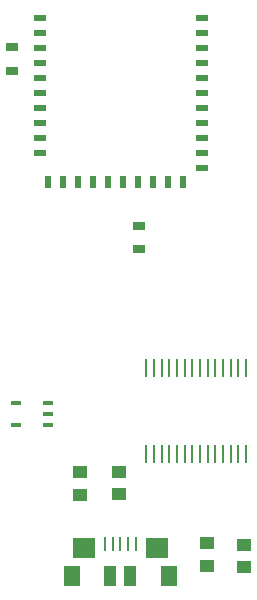
<source format=gbr>
G04 DipTrace 3.0.0.1*
G04 TopPaste.gbr*
%MOIN*%
G04 #@! TF.FileFunction,Paste,Top*
G04 #@! TF.Part,Single*
%ADD59R,0.007874X0.062992*%
%ADD67R,0.035433X0.015748*%
%ADD69R,0.03937X0.066929*%
%ADD71R,0.055118X0.066929*%
%ADD73R,0.074803X0.070866*%
%ADD75R,0.007874X0.045276*%
%ADD77R,0.020079X0.042126*%
%ADD79R,0.042126X0.020079*%
%ADD85R,0.03937X0.031496*%
%ADD91R,0.051181X0.043307*%
%FSLAX26Y26*%
G04*
G70*
G90*
G75*
G01*
G04 TopPaste*
%LPD*%
D91*
X771523Y808399D3*
Y733596D3*
X901444Y734646D3*
Y809449D3*
X1194882Y571129D3*
Y496326D3*
X1318242Y567323D3*
Y492520D3*
D85*
X545819Y2224771D3*
Y2146030D3*
X967848Y1630840D3*
Y1552100D3*
D79*
X1179134Y2324410D3*
Y2274410D3*
Y2224410D3*
Y2174410D3*
Y2124410D3*
Y2074410D3*
Y2024410D3*
Y1974410D3*
Y1924410D3*
Y1874410D3*
Y1824410D3*
D77*
X1114173Y1775591D3*
X1064173D3*
X1014173D3*
X964173D3*
X914173D3*
X864173D3*
X814173D3*
X764173D3*
X714173D3*
X664173D3*
D79*
X637795Y1874410D3*
Y1924410D3*
Y1974410D3*
Y2024410D3*
Y2074410D3*
Y2124410D3*
Y2174410D3*
Y2224410D3*
Y2274410D3*
Y2324410D3*
D75*
X957481Y569160D3*
X931890D3*
X906299D3*
X880709D3*
X855118D3*
D73*
X1028347Y556365D3*
X784252D3*
D71*
X1067717Y463845D3*
X744882D3*
D69*
X939764D3*
X872835D3*
D67*
X665355Y964567D3*
Y1001969D3*
Y1039370D3*
X559055D3*
Y964567D3*
D59*
X1325591Y1154462D3*
X1300000D3*
X1274410D3*
X1248819D3*
X1223229D3*
X1197638D3*
X1172047D3*
X1146457D3*
X1120866D3*
X1095276D3*
X1069685D3*
X1044095D3*
X1018504D3*
X992914D3*
Y870990D3*
X1018504Y870998D3*
X1044095D3*
X1069685D3*
X1095276D3*
X1120866D3*
X1146457D3*
X1172047D3*
X1197638D3*
X1223229D3*
X1248819D3*
X1274410D3*
X1300000D3*
X1325591D3*
M02*

</source>
